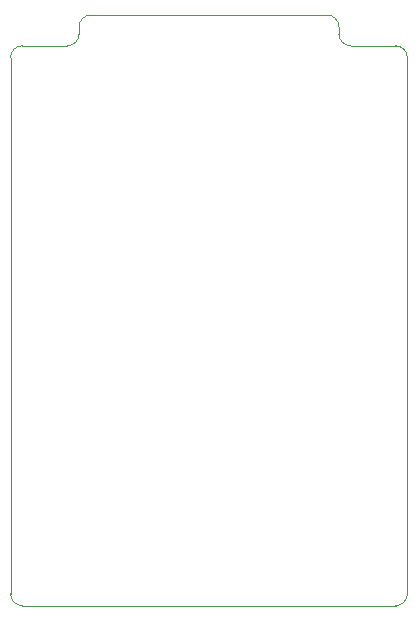
<source format=gbr>
%TF.GenerationSoftware,KiCad,Pcbnew,7.0.1*%
%TF.CreationDate,2023-11-18T18:07:09+02:00*%
%TF.ProjectId,Micr0,4d696372-302e-46b6-9963-61645f706362,rev?*%
%TF.SameCoordinates,Original*%
%TF.FileFunction,Profile,NP*%
%FSLAX46Y46*%
G04 Gerber Fmt 4.6, Leading zero omitted, Abs format (unit mm)*
G04 Created by KiCad (PCBNEW 7.0.1) date 2023-11-18 18:07:09*
%MOMM*%
%LPD*%
G01*
G04 APERTURE LIST*
%TA.AperFunction,Profile*%
%ADD10C,0.100000*%
%TD*%
G04 APERTURE END LIST*
D10*
X128300000Y-49000000D02*
G75*
G03*
X127300000Y-48000000I-1000000J0D01*
G01*
X94700000Y-94400000D02*
X94700000Y-49000000D01*
X94700000Y-94400000D02*
G75*
G03*
X95700000Y-95400000I1000000J0D01*
G01*
X122500000Y-46400000D02*
X122500000Y-47000000D01*
X95700000Y-48000000D02*
G75*
G03*
X94700000Y-49000000I0J-1000000D01*
G01*
X127300000Y-95400000D02*
X95700000Y-95400000D01*
X122500000Y-47000000D02*
G75*
G03*
X123500000Y-48000000I1000000J0D01*
G01*
X123500000Y-48000000D02*
X127300000Y-48000000D01*
X95700000Y-48000000D02*
X99500000Y-48000000D01*
X101500000Y-45400000D02*
X121500000Y-45400000D01*
X127300000Y-95400000D02*
G75*
G03*
X128300000Y-94400000I0J1000000D01*
G01*
X101500000Y-45400000D02*
G75*
G03*
X100500000Y-46400000I0J-1000000D01*
G01*
X122500000Y-46400000D02*
G75*
G03*
X121500000Y-45400000I-1000000J0D01*
G01*
X128300000Y-49000000D02*
X128300000Y-94400000D01*
X100500000Y-47000000D02*
X100500000Y-46400000D01*
X99500000Y-48000000D02*
G75*
G03*
X100500000Y-47000000I0J1000000D01*
G01*
M02*

</source>
